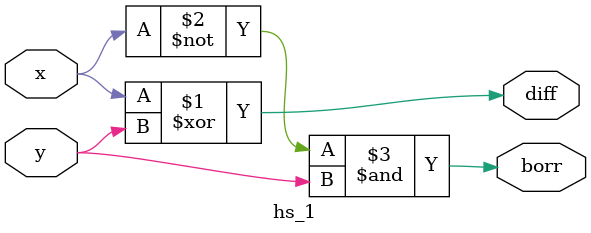
<source format=v>
`timescale 1ns / 1ps


module hs_1( //data flow Modeling
    input    x, // Minuend input
    input    y,// Subtrahend input
    output    diff, // Difference output
    output   borr // Borrow output
    );

    assign diff = x ^ y; // Calculate difference 
    assign borr = (~x) & y; // Calculate borrow 
endmodule

</source>
